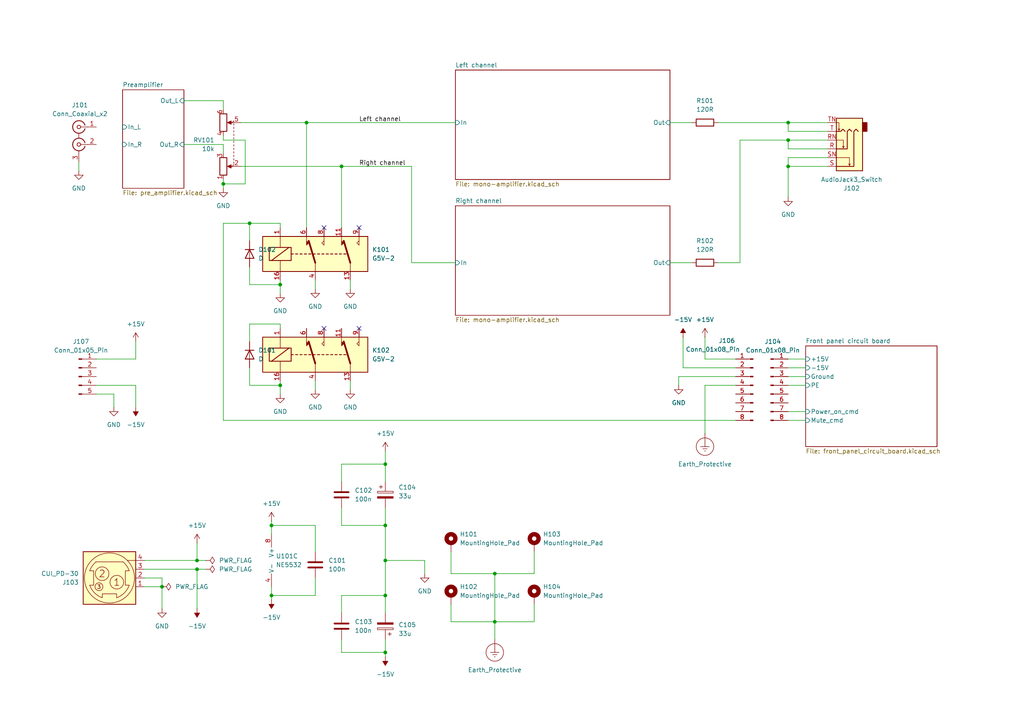
<source format=kicad_sch>
(kicad_sch (version 20231120) (generator "eeschema") (generator_version "8.0")
  (paper "A4")
  (title_block (title "HiFi headphone amplifier") (date "2024-12-22"))
  (lib_symbols
    (symbol "Amplifier_Operational:NE5532" (pin_names (offset 0.127))
      (property "Reference" "U" (at 0 5.08 0))
      (property "Value" "NE5532" (at 0 -5.08 0))
      (symbol "NE5532_1_1"
        (polyline (pts (xy -5.08 5.08) (xy 5.08 0) (xy -5.08 -5.08) (xy -5.08 5.08)) (stroke (width 0.254)) (fill (type background)))
        (pin output line (at 7.62 0 180) (length 2.54) (name "~") (number "1"))
        (pin input line (at -7.62 -2.54 0) (length 2.54) (name "-") (number "2"))
        (pin input line (at -7.62 2.54 0) (length 2.54) (name "+") (number "3"))
      )
      (symbol "NE5532_2_1"
        (polyline (pts (xy -5.08 5.08) (xy 5.08 0) (xy -5.08 -5.08) (xy -5.08 5.08)) (stroke (width 0.254)) (fill (type background)))
        (pin input line (at -7.62 2.54 0) (length 2.54) (name "+") (number "5"))
        (pin input line (at -7.62 -2.54 0) (length 2.54) (name "-") (number "6"))
        (pin output line (at 7.62 0 180) (length 2.54) (name "~") (number "7"))
      )
      (symbol "NE5532_3_1"
        (pin power_in line (at -2.54 -7.62 90) (length 3.81) (name "V-") (number "4"))
        (pin power_in line (at -2.54 7.62 270) (length 3.81) (name "V+") (number "8"))
      )
    )
    (symbol "Connector:CUI_PD-30" (pin_names (offset 1.016) hide)
      (property "Reference" "J" (at 0 -8.89 0))
      (property "Value" "CUI_PD-30" (at 0 -10.795 0))
      (symbol "CUI_PD-30_0_1"
        (rectangle (start -7.62 -7.62) (end 7.62 7.62) (stroke (width 0.254)) (fill (type background)))
        (arc (start -5.7404 -2.0828) (mid -5.0018 -3.5032) (end -3.9116 -4.6736))
        (circle (center -2.1336 1.2192) (radius 1.9812))
        (arc (start -2.0828 5.7404) (mid -4.318 4.318) (end -5.7404 2.0828))
        (polyline (pts (xy -7.62 -5.08) (xy -5.1816 -5.08)))
        (polyline (pts (xy -3.9116 -4.6736) (xy 3.9116 -4.6736)))
        (polyline (pts (xy -5.7404 2.0828) (xy -4.5974 2.0828) (xy -4.5974 -2.0828) (xy -5.7404 -2.0828)))
        (polyline (pts (xy 2.0828 5.7404) (xy 2.0828 4.5974) (xy -2.0828 4.5974) (xy -2.0828 5.7404)))
        (polyline (pts (xy 5.7404 -2.0828) (xy 4.5974 -2.0828) (xy 4.5974 2.0828) (xy 5.7404 2.0828)))
        (circle (center 0 0) (radius 7.2644))
        (circle (center 2.1336 -1.2446) (radius 1.9812))
        (circle (center 3.048 2.54) (radius 1.143))
        (arc (start 3.9116 -4.6736) (mid 4.9919 -3.4963) (end 5.7404 -2.0828))
        (arc (start 5.7404 2.0828) (mid 4.318 4.318) (end 2.0828 5.7404))
        (text "1" (at -2.1336 1.2192 0) (effects (font (size 1.9812 1.9812))))
        (text "2" (at 2.1336 -1.2446 0) (effects (font (size 1.9812 1.9812))))
        (text "3" (at 3.048 2.54 0) (effects (font (size 1.143 1.143))))
      )
      (symbol "CUI_PD-30_1_1"
        (pin passive line (at -10.16 2.54 0) (length 2.54) (name "1") (number "1"))
        (pin passive line (at -10.16 0 0) (length 2.54) (name "2") (number "2"))
        (pin passive line (at -10.16 -2.54 0) (length 2.54) (name "3") (number "3"))
        (pin passive line (at -10.16 -5.08 0) (length 2.54) (name "Shield") (number "4"))
      )
    )
    (symbol "Connector:Conn_01x05_Pin" (pin_names (offset 1.016) hide)
      (property "Reference" "J" (at 0 7.62 0))
      (property "Value" "Conn_01x05_Pin" (at 0 -7.62 0))
      (symbol "Conn_01x05_Pin_1_1"
        (polyline (pts (xy 1.27 -5.08) (xy 0.8636 -5.08)) (stroke (width 0.1524)))
        (polyline (pts (xy 1.27 -2.54) (xy 0.8636 -2.54)) (stroke (width 0.1524)))
        (polyline (pts (xy 1.27 0) (xy 0.8636 0)) (stroke (width 0.1524)))
        (polyline (pts (xy 1.27 2.54) (xy 0.8636 2.54)) (stroke (width 0.1524)))
        (polyline (pts (xy 1.27 5.08) (xy 0.8636 5.08)) (stroke (width 0.1524)))
        (rectangle (start 0.8636 -4.953) (end 0 -5.207) (stroke (width 0.1524)) (fill (type outline)))
        (rectangle (start 0.8636 -2.413) (end 0 -2.667) (stroke (width 0.1524)) (fill (type outline)))
        (rectangle (start 0.8636 0.127) (end 0 -0.127) (stroke (width 0.1524)) (fill (type outline)))
        (rectangle (start 0.8636 2.667) (end 0 2.413) (stroke (width 0.1524)) (fill (type outline)))
        (rectangle (start 0.8636 5.207) (end 0 4.953) (stroke (width 0.1524)) (fill (type outline)))
        (pin passive line (at 5.08 5.08 180) (length 3.81) (name "Pin_1") (number "1"))
        (pin passive line (at 5.08 2.54 180) (length 3.81) (name "Pin_2") (number "2"))
        (pin passive line (at 5.08 0 180) (length 3.81) (name "Pin_3") (number "3"))
        (pin passive line (at 5.08 -2.54 180) (length 3.81) (name "Pin_4") (number "4"))
        (pin passive line (at 5.08 -5.08 180) (length 3.81) (name "Pin_5") (number "5"))
      )
    )
    (symbol "Connector:Conn_01x08_Pin" (pin_names (offset 1.016) hide)
      (property "Reference" "J" (at 0 10.16 0))
      (property "Value" "Conn_01x08_Pin" (at 0 -12.7 0))
      (symbol "Conn_01x08_Pin_1_1"
        (polyline (pts (xy 1.27 -10.16) (xy 0.8636 -10.16)) (stroke (width 0.1524)))
        (polyline (pts (xy 1.27 -7.62) (xy 0.8636 -7.62)) (stroke (width 0.1524)))
        (polyline (pts (xy 1.27 -5.08) (xy 0.8636 -5.08)) (stroke (width 0.1524)))
        (polyline (pts (xy 1.27 -2.54) (xy 0.8636 -2.54)) (stroke (width 0.1524)))
        (polyline (pts (xy 1.27 0) (xy 0.8636 0)) (stroke (width 0.1524)))
        (polyline (pts (xy 1.27 2.54) (xy 0.8636 2.54)) (stroke (width 0.1524)))
        (polyline (pts (xy 1.27 5.08) (xy 0.8636 5.08)) (stroke (width 0.1524)))
        (polyline (pts (xy 1.27 7.62) (xy 0.8636 7.62)) (stroke (width 0.1524)))
        (rectangle (start 0.8636 -10.033) (end 0 -10.287) (stroke (width 0.1524)) (fill (type outline)))
        (rectangle (start 0.8636 -7.493) (end 0 -7.747) (stroke (width 0.1524)) (fill (type outline)))
        (rectangle (start 0.8636 -4.953) (end 0 -5.207) (stroke (width 0.1524)) (fill (type outline)))
        (rectangle (start 0.8636 -2.413) (end 0 -2.667) (stroke (width 0.1524)) (fill (type outline)))
        (rectangle (start 0.8636 0.127) (end 0 -0.127) (stroke (width 0.1524)) (fill (type outline)))
        (rectangle (start 0.8636 2.667) (end 0 2.413) (stroke (width 0.1524)) (fill (type outline)))
        (rectangle (start 0.8636 5.207) (end 0 4.953) (stroke (width 0.1524)) (fill (type outline)))
        (rectangle (start 0.8636 7.747) (end 0 7.493) (stroke (width 0.1524)) (fill (type outline)))
        (pin passive line (at 5.08 7.62 180) (length 3.81) (name "Pin_1") (number "1"))
        (pin passive line (at 5.08 5.08 180) (length 3.81) (name "Pin_2") (number "2"))
        (pin passive line (at 5.08 2.54 180) (length 3.81) (name "Pin_3") (number "3"))
        (pin passive line (at 5.08 0 180) (length 3.81) (name "Pin_4") (number "4"))
        (pin passive line (at 5.08 -2.54 180) (length 3.81) (name "Pin_5") (number "5"))
        (pin passive line (at 5.08 -5.08 180) (length 3.81) (name "Pin_6") (number "6"))
        (pin passive line (at 5.08 -7.62 180) (length 3.81) (name "Pin_7") (number "7"))
        (pin passive line (at 5.08 -10.16 180) (length 3.81) (name "Pin_8") (number "8"))
      )
    )
    (symbol "Connector:Conn_Coaxial_x2" (pin_names (offset 1.016) hide)
      (property "Reference" "J" (at 0 5.715 0))
      (property "Value" "Conn_Coaxial_x2" (at 2.921 0 90))
      (symbol "Conn_Coaxial_x2_0_1"
        (arc (start -1.778 -3.048) (mid 0.2311 -4.3466) (end 1.778 -2.54) (stroke (width 0.254)))
        (arc (start -1.778 2.032) (mid 0.2311 0.7334) (end 1.778 2.54) (stroke (width 0.254)))
        (circle (center 0 -2.54) (radius 0.508) (stroke (width 0.2032)))
        (polyline (pts (xy -2.54 -2.54) (xy -0.508 -2.54)))
        (polyline (pts (xy -2.54 2.54) (xy -0.508 2.54)))
        (polyline (pts (xy 0 -5.08) (xy 0 -4.318)))
        (polyline (pts (xy 0 0.762) (xy 0 -0.635)))
        (circle (center 0 2.54) (radius 0.508) (stroke (width 0.2032)))
        (arc (start 1.778 -2.54) (mid 0.2099 -0.7299) (end -1.778 -2.032) (stroke (width 0.254)))
        (arc (start 1.778 2.54) (mid 0.2099 4.3501) (end -1.778 3.048) (stroke (width 0.254)))
      )
      (symbol "Conn_Coaxial_x2_1_1"
        (pin passive line (at -5.08 2.54 0) (length 2.54) (name "IN1") (number "1"))
        (pin passive line (at -5.08 -2.54 0) (length 2.54) (name "IN2") (number "2"))
        (pin passive line (at 0 -7.62 90) (length 2.54) (name "EXT") (number "3"))
      )
    )
    (symbol "Connector_Audio:AudioJack3_Switch"
      (property "Reference" "J" (at 0 11.43 0))
      (property "Value" "AudioJack3_Switch" (at 0 8.89 0))
      (symbol "AudioJack3_Switch_0_1"
        (rectangle (start -5.08 -5.08) (end -6.35 -7.62) (stroke (width 0.254)) (fill (type outline)))
        (polyline (pts (xy -1.27 4.826) (xy -1.016 4.318)))
        (polyline (pts (xy 0.508 -0.254) (xy 0.762 -0.762)))
        (polyline (pts (xy 1.778 -5.334) (xy 2.032 -5.842)))
        (polyline (pts (xy 0 -5.08) (xy 0.635 -5.715) (xy 1.27 -5.08) (xy 2.54 -5.08)) (stroke (width 0.254)))
        (polyline (pts (xy 2.54 -7.62) (xy 1.778 -7.62) (xy 1.778 -5.334) (xy 1.524 -5.842)))
        (polyline (pts (xy 2.54 -2.54) (xy 0.508 -2.54) (xy 0.508 -0.254) (xy 0.254 -0.762)))
        (polyline (pts (xy 2.54 2.54) (xy -1.27 2.54) (xy -1.27 4.826) (xy -1.524 4.318)))
        (polyline (pts (xy -1.905 -5.08) (xy -1.27 -5.715) (xy -0.635 -5.08) (xy -0.635 0) (xy 2.54 0)) (stroke (width 0.254)))
        (polyline (pts (xy 2.54 5.08) (xy -2.54 5.08) (xy -2.54 -5.08) (xy -3.175 -5.715) (xy -3.81 -5.08)) (stroke (width 0.254)))
        (rectangle (start 2.54 6.35) (end -5.08 -8.89) (stroke (width 0.254)) (fill (type background)))
      )
      (symbol "AudioJack3_Switch_1_1"
        (pin passive line (at 5.08 0 180) (length 2.54) (name "~") (number "R"))
        (pin passive line (at 5.08 -2.54 180) (length 2.54) (name "~") (number "RN"))
        (pin passive line (at 5.08 5.08 180) (length 2.54) (name "~") (number "S"))
        (pin passive line (at 5.08 2.54 180) (length 2.54) (name "~") (number "SN"))
        (pin passive line (at 5.08 -5.08 180) (length 2.54) (name "~") (number "T"))
        (pin passive line (at 5.08 -7.62 180) (length 2.54) (name "~") (number "TN"))
      )
    )
    (symbol "Device:C" (pin_numbers hide) (pin_names (offset 0.254))
      (property "Reference" "C" (at 0.635 2.54 0))
      (property "Value" "C" (at 0.635 -2.54 0))
      (symbol "C_0_1"
        (polyline (pts (xy -2.032 -0.762) (xy 2.032 -0.762)) (stroke (width 0.508)))
        (polyline (pts (xy -2.032 0.762) (xy 2.032 0.762)) (stroke (width 0.508)))
      )
      (symbol "C_1_1"
        (pin passive line (at 0 3.81 270) (length 2.794) (name "~") (number "1"))
        (pin passive line (at 0 -3.81 90) (length 2.794) (name "~") (number "2"))
      )
    )
    (symbol "Device:C_Polarized" (pin_numbers hide) (pin_names (offset 0.254))
      (property "Reference" "C" (at 0.635 2.54 0))
      (property "Value" "C_Polarized" (at 0.635 -2.54 0))
      (symbol "C_Polarized_0_1"
        (rectangle (start -2.286 0.508) (end 2.286 1.016))
        (polyline (pts (xy -1.778 2.286) (xy -0.762 2.286)))
        (polyline (pts (xy -1.27 2.794) (xy -1.27 1.778)))
        (rectangle (start 2.286 -0.508) (end -2.286 -1.016) (fill (type outline)))
      )
      (symbol "C_Polarized_1_1"
        (pin passive line (at 0 3.81 270) (length 2.794) (name "~") (number "1"))
        (pin passive line (at 0 -3.81 90) (length 2.794) (name "~") (number "2"))
      )
    )
    (symbol "Device:D" (pin_numbers hide) (pin_names (offset 1.016) hide)
      (property "Reference" "D" (at 0 2.54 0))
      (property "Value" "D" (at 0 -2.54 0))
      (symbol "D_0_1"
        (polyline (pts (xy -1.27 1.27) (xy -1.27 -1.27)) (stroke (width 0.254)))
        (polyline (pts (xy 1.27 0) (xy -1.27 0)))
        (polyline (pts (xy 1.27 1.27) (xy 1.27 -1.27) (xy -1.27 0) (xy 1.27 1.27)) (stroke (width 0.254)))
      )
      (symbol "D_1_1"
        (pin passive line (at -3.81 0 0) (length 2.54) (name "K") (number "1"))
        (pin passive line (at 3.81 0 180) (length 2.54) (name "A") (number "2"))
      )
    )
    (symbol "Device:R" (pin_numbers hide) (pin_names (offset 0))
      (property "Reference" "R" (at 2.032 0 90))
      (property "Value" "R" (at 0 0 90))
      (symbol "R_0_1"
        (rectangle (start -1.016 -2.54) (end 1.016 2.54) (stroke (width 0.254)))
      )
      (symbol "R_1_1"
        (pin passive line (at 0 3.81 270) (length 1.27) (name "~") (number "1"))
        (pin passive line (at 0 -3.81 90) (length 1.27) (name "~") (number "2"))
      )
    )
    (symbol "Device:R_Potentiometer_Dual" (pin_names (offset 1.016) hide)
      (property "Reference" "RV" (at 0 3.81 0))
      (property "Value" "R_Potentiometer_Dual" (at 0 1.905 0))
      (symbol "R_Potentiometer_Dual_0_1"
        (rectangle (start -8.89 -1.524) (end -3.81 -3.556) (stroke (width 0.254)))
        (polyline (pts (xy -6.35 0) (xy -6.35 -1.016)))
        (polyline (pts (xy -6.35 0) (xy -6.35 -1.016)))
        (polyline (pts (xy -6.35 0) (xy -5.842 0.508)))
        (polyline (pts (xy -5.588 0.508) (xy -5.08 0.508)))
        (polyline (pts (xy -4.572 0.508) (xy -4.064 0.508)))
        (polyline (pts (xy -3.556 0.508) (xy -3.048 0.508)))
        (polyline (pts (xy -2.54 0.508) (xy -2.032 0.508)))
        (polyline (pts (xy -1.524 0.508) (xy -1.016 0.508)))
        (polyline (pts (xy -0.508 0.508) (xy 0 0.508)))
        (polyline (pts (xy 0.508 0.508) (xy 1.016 0.508)))
        (polyline (pts (xy 1.524 0.508) (xy 2.032 0.508)))
        (polyline (pts (xy 2.54 0.508) (xy 3.048 0.508)))
        (polyline (pts (xy 3.556 0.508) (xy 4.064 0.508)))
        (polyline (pts (xy 4.572 0.508) (xy 5.08 0.508)))
        (polyline (pts (xy 5.588 0.508) (xy 6.096 0.508)))
        (polyline (pts (xy 6.35 0) (xy 6.35 -1.016)))
        (polyline (pts (xy 6.35 0) (xy 6.35 -1.016)))
        (polyline (pts (xy 6.604 0.508) (xy 6.858 0.508) (xy 6.35 0)))
        (polyline (pts (xy -6.35 -1.397) (xy -6.858 -0.254) (xy -5.842 -0.254) (xy -6.35 -1.397)) (fill (type outline)))
        (polyline (pts (xy 6.35 -1.397) (xy 5.842 -0.254) (xy 6.858 -0.254) (xy 6.35 -1.397)) (fill (type outline)))
        (rectangle (start 3.81 -1.524) (end 8.89 -3.556) (stroke (width 0.254)))
      )
      (symbol "R_Potentiometer_Dual_1_1"
        (pin passive line (at -10.16 -2.54 0) (length 1.27) (name "1") (number "1"))
        (pin passive line (at -6.35 2.54 270) (length 2.54) (name "2") (number "2"))
        (pin passive line (at -2.54 -2.54 180) (length 1.27) (name "3") (number "3"))
        (pin passive line (at 2.54 -2.54 0) (length 1.27) (name "4") (number "4"))
        (pin passive line (at 6.35 2.54 270) (length 2.54) (name "5") (number "5"))
        (pin passive line (at 10.16 -2.54 180) (length 1.27) (name "6") (number "6"))
      )
    )
    (symbol "Mechanical:MountingHole_Pad" (pin_numbers hide) (pin_names (offset 1.016) hide) (exclude_from_sim yes) (in_bom no)
      (property "Reference" "H" (at 0 6.35 0))
      (property "Value" "MountingHole_Pad" (at 0 4.445 0))
      (symbol "MountingHole_Pad_0_1"
        (circle (center 0 1.27) (radius 1.27) (stroke (width 1.27)))
      )
      (symbol "MountingHole_Pad_1_1"
        (pin input line (at 0 -2.54 90) (length 2.54) (name "1") (number "1"))
      )
    )
    (symbol "Relay:G5V-2"
      (property "Reference" "K" (at 16.51 3.81 0))
      (property "Value" "G5V-2" (at 16.51 1.27 0))
      (symbol "G5V-2_0_1"
        (rectangle (start -15.24 5.08) (end 15.24 -5.08) (stroke (width 0.254)) (fill (type background)))
        (rectangle (start -13.335 1.905) (end -6.985 -1.905) (stroke (width 0.254)))
        (polyline (pts (xy -12.7 -1.905) (xy -7.62 1.905)) (stroke (width 0.254)))
        (polyline (pts (xy -10.16 -5.08) (xy -10.16 -1.905)))
        (polyline (pts (xy -10.16 5.08) (xy -10.16 1.905)))
        (polyline (pts (xy -6.985 0) (xy -6.35 0)) (stroke (width 0.254)))
        (polyline (pts (xy -5.715 0) (xy -5.08 0)) (stroke (width 0.254)))
        (polyline (pts (xy -4.445 0) (xy -3.81 0)) (stroke (width 0.254)))
        (polyline (pts (xy -3.175 0) (xy -2.54 0)) (stroke (width 0.254)))
        (polyline (pts (xy -1.905 0) (xy -1.27 0)) (stroke (width 0.254)))
        (polyline (pts (xy -0.635 0) (xy 0 0)) (stroke (width 0.254)))
        (polyline (pts (xy 0 -2.54) (xy -1.905 3.81)) (stroke (width 0.508)))
        (polyline (pts (xy 0 -2.54) (xy 0 -5.08)))
        (polyline (pts (xy 0.635 0) (xy 1.27 0)) (stroke (width 0.254)))
        (polyline (pts (xy 1.905 0) (xy 2.54 0)) (stroke (width 0.254)))
        (polyline (pts (xy 3.175 0) (xy 3.81 0)) (stroke (width 0.254)))
        (polyline (pts (xy 4.445 0) (xy 5.08 0)) (stroke (width 0.254)))
        (polyline (pts (xy 5.715 0) (xy 6.35 0)) (stroke (width 0.254)))
        (polyline (pts (xy 6.985 0) (xy 7.62 0)) (stroke (width 0.254)))
        (polyline (pts (xy 8.255 0) (xy 8.89 0)) (stroke (width 0.254)))
        (polyline (pts (xy 10.16 -2.54) (xy 8.255 3.81)) (stroke (width 0.508)))
        (polyline (pts (xy 10.16 -2.54) (xy 10.16 -5.08)))
        (polyline (pts (xy -2.54 5.08) (xy -2.54 2.54) (xy -1.905 3.175) (xy -2.54 3.81)) (fill (type outline)))
        (polyline (pts (xy 2.54 5.08) (xy 2.54 2.54) (xy 1.905 3.175) (xy 2.54 3.81)))
        (polyline (pts (xy 7.62 5.08) (xy 7.62 2.54) (xy 8.255 3.175) (xy 7.62 3.81)) (fill (type outline)))
        (polyline (pts (xy 12.7 5.08) (xy 12.7 2.54) (xy 12.065 3.175) (xy 12.7 3.81)))
      )
      (symbol "G5V-2_1_1"
        (pin passive line (at -10.16 7.62 270) (length 2.54) (name "~") (number "1"))
        (pin passive line (at 7.62 7.62 270) (length 2.54) (name "~") (number "11"))
        (pin passive line (at 10.16 -7.62 90) (length 2.54) (name "~") (number "13"))
        (pin passive line (at -10.16 -7.62 90) (length 2.54) (name "~") (number "16"))
        (pin passive line (at 0 -7.62 90) (length 2.54) (name "~") (number "4"))
        (pin passive line (at -2.54 7.62 270) (length 2.54) (name "~") (number "6"))
        (pin passive line (at 2.54 7.62 270) (length 2.54) (name "~") (number "8"))
        (pin passive line (at 12.7 7.62 270) (length 2.54) (name "~") (number "9"))
      )
    )
    (symbol "power:+15V" (power) (pin_numbers hide) (pin_names (offset 0) hide)
      (property "Value" "+15V" (at 0 3.556 0))
      (symbol "+15V_0_1"
        (polyline (pts (xy -0.762 1.27) (xy 0 2.54)))
        (polyline (pts (xy 0 0) (xy 0 2.54)))
        (polyline (pts (xy 0 2.54) (xy 0.762 1.27)))
      )
      (symbol "+15V_1_1"
        (pin power_in line (at 0 0 90) (length 0) (name "~") (number "1"))
      )
    )
    (symbol "power:-15V" (power) (pin_numbers hide) (pin_names (offset 0) hide)
      (property "Value" "-15V" (at 0 3.556 0))
      (symbol "-15V_0_0"
        (pin power_in line (at 0 0 90) (length 0) (name "~") (number "1"))
      )
      (symbol "-15V_0_1"
        (polyline (pts (xy 0 0) (xy 0 1.27) (xy 0.762 1.27) (xy 0 2.54) (xy -0.762 1.27) (xy 0 1.27)) (fill (type outline)))
      )
    )
    (symbol "power:Earth_Protective" (power) (pin_numbers hide) (pin_names (offset 0) hide)
      (property "Value" "Earth_Protective" (at 0 -7.62 0))
      (symbol "Earth_Protective_0_1"
        (circle (center 0 -3.81) (radius 2.54))
        (polyline (pts (xy -0.635 -4.445) (xy 0.635 -4.445)))
        (polyline (pts (xy -0.127 -5.08) (xy 0.127 -5.08)))
        (polyline (pts (xy 0 -3.81) (xy 0 0)))
        (polyline (pts (xy 1.27 -3.81) (xy -1.27 -3.81)))
      )
      (symbol "Earth_Protective_1_1"
        (pin power_in line (at 0 0 270) (length 0) (name "~") (number "1"))
      )
    )
    (symbol "power:GND" (power) (pin_numbers hide) (pin_names (offset 0) hide)
      (property "Value" "GND" (at 0 -3.81 0))
      (symbol "GND_0_1"
        (polyline (pts (xy 0 0) (xy 0 -1.27) (xy 1.27 -1.27) (xy 0 -2.54) (xy -1.27 -1.27) (xy 0 -1.27)))
      )
      (symbol "GND_1_1"
        (pin power_in line (at 0 0 270) (length 0) (name "~") (number "1"))
      )
    )
    (symbol "power:PWR_FLAG" (power) (pin_numbers hide) (pin_names (offset 0) hide)
      (property "Value" "PWR_FLAG" (at 0 3.81 0))
      (symbol "PWR_FLAG_0_0"
        (pin power_out line (at 0 0 90) (length 0) (name "~") (number "1"))
      )
      (symbol "PWR_FLAG_0_1"
        (polyline (pts (xy 0 0) (xy 0 1.27) (xy -1.016 1.905) (xy 0 2.54) (xy 1.016 1.905) (xy 0 1.27)))
      )
    )
  )
  (junction (at 99.06 48.26))
  (junction (at 143.51 180.34))
  (junction (at 57.15 162.56))
  (junction (at 81.28 82.55))
  (junction (at 111.76 189.23))
  (junction (at 57.15 165.1))
  (junction (at 88.9 35.56))
  (junction (at 78.74 172.72))
  (junction (at 81.28 111.76))
  (junction (at 78.74 152.4))
  (junction (at 64.77 53.34))
  (junction (at 228.6 40.64))
  (junction (at 111.76 134.62))
  (junction (at 111.76 152.4))
  (junction (at 228.6 48.26))
  (junction (at 111.76 162.56))
  (junction (at 111.76 172.72))
  (junction (at 143.51 166.37))
  (junction (at 228.6 35.56))
  (junction (at 72.39 64.77))
  (junction (at 46.99 170.18))
  (no_connect (at 93.98 66.04))
  (no_connect (at 93.98 95.25))
  (no_connect (at 104.14 66.04))
  (no_connect (at 104.14 95.25))
  (wire (pts (xy 39.37 104.14) (xy 39.37 99.06)))
  (wire (pts (xy 88.9 35.56) (xy 88.9 66.04)))
  (wire (pts (xy 213.36 121.92) (xy 64.77 121.92)))
  (wire (pts (xy 194.31 35.56) (xy 200.66 35.56)))
  (wire (pts (xy 64.77 29.21) (xy 64.77 31.75)))
  (wire (pts (xy 154.94 160.02) (xy 154.94 166.37)))
  (wire (pts (xy 59.69 165.1) (xy 57.15 165.1)))
  (wire (pts (xy 228.6 43.18) (xy 228.6 40.64)))
  (wire (pts (xy 228.6 109.22) (xy 233.68 109.22)))
  (wire (pts (xy 64.77 64.77) (xy 72.39 64.77)))
  (wire (pts (xy 88.9 35.56) (xy 132.08 35.56)))
  (wire (pts (xy 99.06 177.8) (xy 99.06 172.72)))
  (wire (pts (xy 72.39 82.55) (xy 81.28 82.55)))
  (wire (pts (xy 228.6 121.92) (xy 233.68 121.92)))
  (wire (pts (xy 228.6 45.72) (xy 228.6 48.26)))
  (wire (pts (xy 208.28 35.56) (xy 228.6 35.56)))
  (wire (pts (xy 33.02 114.3) (xy 33.02 118.11)))
  (wire (pts (xy 228.6 119.38) (xy 233.68 119.38)))
  (wire (pts (xy 143.51 180.34) (xy 130.81 180.34)))
  (wire (pts (xy 228.6 104.14) (xy 233.68 104.14)))
  (wire (pts (xy 64.77 41.91) (xy 64.77 44.45)))
  (wire (pts (xy 228.6 38.1) (xy 228.6 35.56)))
  (wire (pts (xy 111.76 152.4) (xy 111.76 162.56)))
  (wire (pts (xy 91.44 81.28) (xy 91.44 83.82)))
  (wire (pts (xy 27.94 104.14) (xy 39.37 104.14)))
  (wire (pts (xy 228.6 40.64) (xy 240.03 40.64)))
  (wire (pts (xy 64.77 53.34) (xy 64.77 54.61)))
  (wire (pts (xy 194.31 76.2) (xy 200.66 76.2)))
  (wire (pts (xy 228.6 35.56) (xy 240.03 35.56)))
  (wire (pts (xy 41.91 167.64) (xy 46.99 167.64)))
  (wire (pts (xy 143.51 180.34) (xy 143.51 185.42)))
  (wire (pts (xy 41.91 162.56) (xy 57.15 162.56)))
  (wire (pts (xy 111.76 147.32) (xy 111.76 152.4)))
  (wire (pts (xy 91.44 160.02) (xy 91.44 152.4)))
  (wire (pts (xy 41.91 165.1) (xy 57.15 165.1)))
  (wire (pts (xy 111.76 130.81) (xy 111.76 134.62)))
  (wire (pts (xy 81.28 111.76) (xy 81.28 114.3)))
  (wire (pts (xy 81.28 82.55) (xy 81.28 85.09)))
  (wire (pts (xy 154.94 180.34) (xy 143.51 180.34)))
  (wire (pts (xy 72.39 93.98) (xy 72.39 99.06)))
  (wire (pts (xy 204.47 104.14) (xy 213.36 104.14)))
  (wire (pts (xy 101.6 110.49) (xy 101.6 113.03)))
  (wire (pts (xy 213.36 109.22) (xy 196.85 109.22)))
  (wire (pts (xy 228.6 38.1) (xy 240.03 38.1)))
  (wire (pts (xy 64.77 121.92) (xy 64.77 64.77)))
  (wire (pts (xy 69.85 35.56) (xy 88.9 35.56)))
  (wire (pts (xy 81.28 95.25) (xy 81.28 93.98)))
  (wire (pts (xy 99.06 152.4) (xy 111.76 152.4)))
  (wire (pts (xy 196.85 109.22) (xy 196.85 111.76)))
  (wire (pts (xy 72.39 111.76) (xy 81.28 111.76)))
  (wire (pts (xy 72.39 77.47) (xy 72.39 82.55)))
  (wire (pts (xy 78.74 151.13) (xy 78.74 152.4)))
  (wire (pts (xy 101.6 81.28) (xy 101.6 83.82)))
  (wire (pts (xy 91.44 172.72) (xy 78.74 172.72)))
  (wire (pts (xy 64.77 52.07) (xy 64.77 53.34)))
  (wire (pts (xy 78.74 170.18) (xy 78.74 172.72)))
  (wire (pts (xy 99.06 134.62) (xy 111.76 134.62)))
  (wire (pts (xy 59.69 162.56) (xy 57.15 162.56)))
  (wire (pts (xy 27.94 114.3) (xy 33.02 114.3)))
  (wire (pts (xy 204.47 97.79) (xy 204.47 104.14)))
  (wire (pts (xy 99.06 185.42) (xy 99.06 189.23)))
  (wire (pts (xy 71.12 40.64) (xy 71.12 53.34)))
  (wire (pts (xy 78.74 172.72) (xy 78.74 173.99)))
  (wire (pts (xy 154.94 166.37) (xy 143.51 166.37)))
  (wire (pts (xy 71.12 53.34) (xy 64.77 53.34)))
  (wire (pts (xy 213.36 106.68) (xy 198.12 106.68)))
  (wire (pts (xy 198.12 106.68) (xy 198.12 97.79)))
  (wire (pts (xy 99.06 48.26) (xy 99.06 66.04)))
  (wire (pts (xy 91.44 152.4) (xy 78.74 152.4)))
  (wire (pts (xy 228.6 106.68) (xy 233.68 106.68)))
  (wire (pts (xy 228.6 48.26) (xy 240.03 48.26)))
  (wire (pts (xy 123.19 162.56) (xy 123.19 166.37)))
  (wire (pts (xy 64.77 39.37) (xy 64.77 40.64)))
  (wire (pts (xy 72.39 106.68) (xy 72.39 111.76)))
  (wire (pts (xy 39.37 111.76) (xy 39.37 118.11)))
  (wire (pts (xy 72.39 64.77) (xy 72.39 69.85)))
  (wire (pts (xy 111.76 172.72) (xy 111.76 177.8)))
  (wire (pts (xy 64.77 40.64) (xy 71.12 40.64)))
  (wire (pts (xy 53.34 29.21) (xy 64.77 29.21)))
  (wire (pts (xy 46.99 167.64) (xy 46.99 170.18)))
  (wire (pts (xy 214.63 76.2) (xy 214.63 40.64)))
  (wire (pts (xy 41.91 170.18) (xy 46.99 170.18)))
  (wire (pts (xy 119.38 76.2) (xy 132.08 76.2)))
  (wire (pts (xy 53.34 41.91) (xy 64.77 41.91)))
  (wire (pts (xy 143.51 166.37) (xy 143.51 180.34)))
  (wire (pts (xy 22.86 46.99) (xy 22.86 49.53)))
  (wire (pts (xy 214.63 40.64) (xy 228.6 40.64)))
  (wire (pts (xy 91.44 110.49) (xy 91.44 113.03)))
  (wire (pts (xy 228.6 43.18) (xy 240.03 43.18)))
  (wire (pts (xy 99.06 189.23) (xy 111.76 189.23)))
  (wire (pts (xy 143.51 166.37) (xy 130.81 166.37)))
  (wire (pts (xy 57.15 162.56) (xy 57.15 157.48)))
  (wire (pts (xy 91.44 167.64) (xy 91.44 172.72)))
  (wire (pts (xy 81.28 64.77) (xy 72.39 64.77)))
  (wire (pts (xy 228.6 48.26) (xy 228.6 57.15)))
  (wire (pts (xy 130.81 175.26) (xy 130.81 180.34)))
  (wire (pts (xy 154.94 175.26) (xy 154.94 180.34)))
  (wire (pts (xy 204.47 111.76) (xy 213.36 111.76)))
  (wire (pts (xy 130.81 166.37) (xy 130.81 160.02)))
  (wire (pts (xy 111.76 162.56) (xy 111.76 172.72)))
  (wire (pts (xy 81.28 82.55) (xy 81.28 81.28)))
  (wire (pts (xy 208.28 76.2) (xy 214.63 76.2)))
  (wire (pts (xy 81.28 111.76) (xy 81.28 110.49)))
  (wire (pts (xy 228.6 45.72) (xy 240.03 45.72)))
  (wire (pts (xy 99.06 139.7) (xy 99.06 134.62)))
  (wire (pts (xy 69.85 48.26) (xy 99.06 48.26)))
  (wire (pts (xy 119.38 48.26) (xy 119.38 76.2)))
  (wire (pts (xy 27.94 111.76) (xy 39.37 111.76)))
  (wire (pts (xy 78.74 152.4) (xy 78.74 154.94)))
  (wire (pts (xy 111.76 189.23) (xy 111.76 190.5)))
  (wire (pts (xy 111.76 134.62) (xy 111.76 139.7)))
  (wire (pts (xy 228.6 111.76) (xy 233.68 111.76)))
  (wire (pts (xy 81.28 93.98) (xy 72.39 93.98)))
  (wire (pts (xy 204.47 125.73) (xy 204.47 111.76)))
  (wire (pts (xy 123.19 162.56) (xy 111.76 162.56)))
  (wire (pts (xy 81.28 66.04) (xy 81.28 64.77)))
  (wire (pts (xy 99.06 147.32) (xy 99.06 152.4)))
  (wire (pts (xy 99.06 172.72) (xy 111.76 172.72)))
  (wire (pts (xy 99.06 48.26) (xy 119.38 48.26)))
  (wire (pts (xy 46.99 170.18) (xy 46.99 176.53)))
  (wire (pts (xy 57.15 165.1) (xy 57.15 176.53)))
  (wire (pts (xy 111.76 185.42) (xy 111.76 189.23)))
  (label "Left channel" (at 104.14 35.56 0))
  (label "Right channel" (at 104.14 48.26 0))
  (symbol (lib_id "power:PWR_FLAG") (at 59.69 162.56 270) (unit 1)
    (property "Reference" "#FLG0101" (effects (hide yes)))
    (property "Value" "PWR_FLAG" (at 63.5 162.5599 90) (effects (justify left)))
    (property "Description" "Special symbol for telling ERC where power comes from" (effects (hide yes)))
  )
  (symbol (lib_id "Mechanical:MountingHole_Pad") (at 154.94 157.48 0) (unit 1) (exclude_from_sim yes) (in_bom no)
    (property "Reference" "H103" (at 157.48 154.9399 0) (effects (justify left)))
    (property "Value" "MountingHole_Pad" (at 157.48 157.4799 0) (effects (justify left)))
    (property "Footprint" "MountingHole:MountingHole_4.3mm_M4_DIN965_Pad_TopBottom" (effects (hide yes)))
    (property "Description" "Mounting Hole with connection" (effects (hide yes)))
  )
  (symbol (lib_id "Relay:G5V-2") (at 91.44 73.66 0) (unit 1)
    (property "Reference" "K101" (at 107.95 72.3899 0) (effects (justify left)))
    (property "Value" "G5V-2" (at 107.95 74.9299 0) (effects (justify left)))
    (property "Footprint" "Relay_THT:Relay_DPDT_Omron_G5V-2" (effects (hide yes)))
    (property "Datasheet" "http://omronfs.omron.com/en_US/ecb/products/pdf/en-g5v_2.pdf" (effects (hide yes)))
    (property "Description" "Relay Miniature Omron DPDT" (effects (hide yes)))
  )
  (symbol (lib_id "Relay:G5V-2") (at 91.44 102.87 0) (unit 1)
    (property "Reference" "K102" (at 107.95 101.5999 0) (effects (justify left)))
    (property "Value" "G5V-2" (at 107.95 104.1399 0) (effects (justify left)))
    (property "Footprint" "Relay_THT:Relay_DPDT_Omron_G5V-2" (effects (hide yes)))
    (property "Datasheet" "http://omronfs.omron.com/en_US/ecb/products/pdf/en-g5v_2.pdf" (effects (hide yes)))
    (property "Description" "Relay Miniature Omron DPDT" (effects (hide yes)))
  )
  (symbol (lib_id "Device:C") (at 99.06 181.61 180) (unit 1)
    (property "Reference" "C103" (at 102.87 180.3399 0) (effects (justify right)))
    (property "Value" "100n" (at 102.87 182.8799 0) (effects (justify right)))
    (property "Footprint" "Capacitor_THT:C_Disc_D6.0mm_W2.5mm_P5.00mm" (effects (hide yes)))
    (property "Description" "Unpolarized capacitor" (effects (hide yes)))
  )
  (symbol (lib_id "power:+15V") (at 57.15 157.48 0) (unit 1)
    (property "Reference" "#PWR0112" (effects (hide yes)))
    (property "Value" "+15V" (at 57.15 152.4 0))
    (property "Description" "Power symbol creates a global label with name \"+15V\"" (effects (hide yes)))
  )
  (symbol (lib_id "Device:R") (at 204.47 76.2 90) (unit 1)
    (property "Reference" "R102" (at 204.47 69.85 90))
    (property "Value" "120R" (at 204.47 72.39 90))
    (property "Footprint" "Resistor_THT:R_Axial_DIN0207_L6.3mm_D2.5mm_P10.16mm_Horizontal" (effects (hide yes)))
    (property "Description" "Resistor" (effects (hide yes)))
  )
  (symbol (lib_id "power:Earth_Protective") (at 204.47 125.73 0) (unit 1)
    (property "Reference" "#PWR0121" (effects (hide yes)))
    (property "Value" "Earth_Protective" (at 204.47 134.62 0))
    (property "Description" "Power symbol creates a global label with name \"Earth_Protective\"" (effects (hide yes)))
  )
  (symbol (lib_id "power:GND") (at 81.28 85.09 0) (unit 1)
    (property "Reference" "#PWR0103" (effects (hide yes)))
    (property "Value" "GND" (at 81.28 90.17 0))
    (property "Description" "Power symbol creates a global label with name \"GND\" , ground" (effects (hide yes)))
  )
  (symbol (lib_id "Device:D") (at 72.39 73.66 270) (unit 1)
    (property "Reference" "D102" (at 74.93 72.3899 90) (effects (justify left)))
    (property "Value" "D" (at 74.93 74.9299 90) (effects (justify left)))
    (property "Footprint" "Diode_THT:D_DO-35_SOD27_P7.62mm_Horizontal" (effects (hide yes)))
    (property "Description" "Diode" (effects (hide yes)))
    (property "Sim.Device" "D" (effects (hide yes)))
    (property "Sim.Pins" "1=K 2=A" (effects (hide yes)))
  )
  (symbol (lib_id "Device:C_Polarized") (at 111.76 181.61 180) (unit 1)
    (property "Reference" "C105" (at 115.57 181.2289 0) (effects (justify right)))
    (property "Value" "33u" (at 115.57 183.7689 0) (effects (justify right)))
    (property "Footprint" "Capacitor_THT:CP_Radial_D6.3mm_P2.50mm" (effects (hide yes)))
    (property "Description" "Polarized capacitor" (effects (hide yes)))
  )
  (symbol (lib_id "power:GND") (at 64.77 54.61 0) (unit 1)
    (property "Reference" "#PWR0102" (effects (hide yes)))
    (property "Value" "GND" (at 64.77 59.69 0))
    (property "Description" "Power symbol creates a global label with name \"GND\" , ground" (effects (hide yes)))
  )
  (symbol (lib_id "Connector:CUI_PD-30") (at 31.75 167.64 180) (unit 1)
    (property "Reference" "J103" (at 22.86 168.9101 0) (effects (justify left)))
    (property "Value" "CUI_PD-30" (at 22.86 166.3701 0) (effects (justify left)))
    (property "Footprint" "Connector:CUI_PD-30" (effects (hide yes)))
    (property "Datasheet" "http://www.cui.com/product/resource/pd-30.pdf" (effects (hide yes)))
    (property "Description" "3 pin connector, PD-30" (effects (hide yes)))
  )
  (symbol (lib_id "power:-15V") (at 111.76 190.5 180) (unit 1)
    (property "Reference" "#PWR0108" (effects (hide yes)))
    (property "Value" "-15V" (at 111.76 195.58 0))
    (property "Description" "Power symbol creates a global label with name \"-15V\"" (effects (hide yes)))
  )
  (symbol (lib_id "Connector:Conn_01x08_Pin") (at 223.52 111.76 0) (unit 1)
    (property "Reference" "J104" (at 224.155 99.06 0))
    (property "Value" "Conn_01x08_Pin" (at 224.155 101.6 0))
    (property "Footprint" "Connector_PinHeader_2.54mm:PinHeader_1x08_P2.54mm_Vertical" (effects (hide yes)))
    (property "Description" "Generic connector, single row, 01x08, script generated" (effects (hide yes)))
  )
  (symbol (lib_id "power:PWR_FLAG") (at 59.69 165.1 270) (unit 1)
    (property "Reference" "#FLG0102" (effects (hide yes)))
    (property "Value" "PWR_FLAG" (at 63.5 165.0999 90) (effects (justify left)))
    (property "Description" "Special symbol for telling ERC where power comes from" (effects (hide yes)))
  )
  (symbol (lib_id "power:GND") (at 101.6 113.03 0) (unit 1)
    (property "Reference" "#PWR0124" (effects (hide yes)))
    (property "Value" "GND" (at 101.6 118.11 0))
    (property "Description" "Power symbol creates a global label with name \"GND\" , ground" (effects (hide yes)))
  )
  (symbol (lib_id "power:-15V") (at 57.15 176.53 180) (unit 1)
    (property "Reference" "#PWR0113" (effects (hide yes)))
    (property "Value" "-15V" (at 57.15 181.61 0))
    (property "Description" "Power symbol creates a global label with name \"-15V\"" (effects (hide yes)))
  )
  (symbol (lib_id "Device:C") (at 91.44 163.83 0) (unit 1)
    (property "Reference" "C101" (at 95.25 162.5599 0) (effects (justify left)))
    (property "Value" "100n" (at 95.25 165.0999 0) (effects (justify left)))
    (property "Footprint" "Capacitor_THT:C_Disc_D6.0mm_W2.5mm_P5.00mm" (effects (hide yes)))
    (property "Description" "Unpolarized capacitor" (effects (hide yes)))
  )
  (symbol (lib_id "power:+15V") (at 78.74 151.13 0) (unit 1)
    (property "Reference" "#PWR0105" (effects (hide yes)))
    (property "Value" "+15V" (at 78.74 146.05 0))
    (property "Description" "Power symbol creates a global label with name \"+15V\"" (effects (hide yes)))
  )
  (symbol (lib_id "power:GND") (at 33.02 118.11 0) (unit 1)
    (property "Reference" "#PWR0117" (effects (hide yes)))
    (property "Value" "GND" (at 33.02 123.19 0))
    (property "Description" "Power symbol creates a global label with name \"GND\" , ground" (effects (hide yes)))
  )
  (symbol (lib_id "power:-15V") (at 78.74 173.99 180) (unit 1)
    (property "Reference" "#PWR0106" (effects (hide yes)))
    (property "Value" "-15V" (at 78.74 179.07 0))
    (property "Description" "Power symbol creates a global label with name \"-15V\"" (effects (hide yes)))
  )
  (symbol (lib_id "power:GND") (at 101.6 83.82 0) (unit 1)
    (property "Reference" "#PWR0115" (effects (hide yes)))
    (property "Value" "GND" (at 101.6 88.9 0))
    (property "Description" "Power symbol creates a global label with name \"GND\" , ground" (effects (hide yes)))
  )
  (symbol (lib_id "power:+15V") (at 39.37 99.06 0) (unit 1)
    (property "Reference" "#PWR0110" (effects (hide yes)))
    (property "Value" "+15V" (at 39.37 93.98 0))
    (property "Description" "Power symbol creates a global label with name \"+15V\"" (effects (hide yes)))
  )
  (symbol (lib_id "power:GND") (at 196.85 111.76 0) (unit 1)
    (property "Reference" "#PWR0120" (effects (hide yes)))
    (property "Value" "GND" (at 196.85 116.84 0))
    (property "Description" "Power symbol creates a global label with name \"GND\" , ground" (effects (hide yes)))
  )
  (symbol (lib_id "Device:R") (at 204.47 35.56 90) (unit 1)
    (property "Reference" "R101" (at 204.47 29.21 90))
    (property "Value" "120R" (at 204.47 31.75 90))
    (property "Footprint" "Resistor_THT:R_Axial_DIN0207_L6.3mm_D2.5mm_P10.16mm_Horizontal" (effects (hide yes)))
    (property "Description" "Resistor" (effects (hide yes)))
  )
  (symbol (lib_id "Connector:Conn_01x05_Pin") (at 22.86 109.22 0) (unit 1)
    (property "Reference" "J107" (at 23.495 99.06 0))
    (property "Value" "Conn_01x05_Pin" (at 23.495 101.6 0))
    (property "Description" "Generic connector, single row, 01x05, script generated" (effects (hide yes)))
  )
  (symbol (lib_id "power:Earth_Protective") (at 143.51 185.42 0) (unit 1)
    (property "Reference" "#PWR0125" (effects (hide yes)))
    (property "Value" "Earth_Protective" (at 143.51 194.31 0))
    (property "Description" "Power symbol creates a global label with name \"Earth_Protective\"" (effects (hide yes)))
  )
  (symbol (lib_id "Device:C") (at 99.06 143.51 0) (unit 1)
    (property "Reference" "C102" (at 102.87 142.2399 0) (effects (justify left)))
    (property "Value" "100n" (at 102.87 144.7799 0) (effects (justify left)))
    (property "Footprint" "Capacitor_THT:C_Disc_D6.0mm_W2.5mm_P5.00mm" (effects (hide yes)))
    (property "Description" "Unpolarized capacitor" (effects (hide yes)))
  )
  (symbol (lib_id "power:-15V") (at 39.37 118.11 180) (unit 1)
    (property "Reference" "#PWR0116" (effects (hide yes)))
    (property "Value" "-15V" (at 39.37 123.19 0))
    (property "Description" "Power symbol creates a global label with name \"-15V\"" (effects (hide yes)))
  )
  (symbol (lib_id "Mechanical:MountingHole_Pad") (at 130.81 157.48 0) (unit 1) (exclude_from_sim yes) (in_bom no)
    (property "Reference" "H101" (at 133.35 154.9399 0) (effects (justify left)))
    (property "Value" "MountingHole_Pad" (at 133.35 157.4799 0) (effects (justify left)))
    (property "Footprint" "MountingHole:MountingHole_4.3mm_M4_DIN965_Pad_TopBottom" (effects (hide yes)))
    (property "Description" "Mounting Hole with connection" (effects (hide yes)))
  )
  (symbol (lib_id "power:GND") (at 91.44 83.82 0) (unit 1)
    (property "Reference" "#PWR0114" (effects (hide yes)))
    (property "Value" "GND" (at 91.44 88.9 0))
    (property "Description" "Power symbol creates a global label with name \"GND\" , ground" (effects (hide yes)))
  )
  (symbol (lib_id "Device:C_Polarized") (at 111.76 143.51 0) (unit 1)
    (property "Reference" "C104" (at 115.57 141.3509 0) (effects (justify left)))
    (property "Value" "33u" (at 115.57 143.8909 0) (effects (justify left)))
    (property "Footprint" "Capacitor_THT:CP_Radial_D6.3mm_P2.50mm" (effects (hide yes)))
    (property "Description" "Polarized capacitor" (effects (hide yes)))
  )
  (symbol (lib_id "Mechanical:MountingHole_Pad") (at 130.81 172.72 0) (unit 1) (exclude_from_sim yes) (in_bom no)
    (property "Reference" "H102" (at 133.35 170.1799 0) (effects (justify left)))
    (property "Value" "MountingHole_Pad" (at 133.35 172.7199 0) (effects (justify left)))
    (property "Footprint" "MountingHole:MountingHole_4.3mm_M4_DIN965_Pad_TopBottom" (effects (hide yes)))
    (property "Description" "Mounting Hole with connection" (effects (hide yes)))
  )
  (symbol (lib_id "Amplifier_Operational:NE5532") (at 81.28 162.56 0) (unit 3)
    (property "Reference" "U101" (at 80.01 161.2899 0) (effects (justify left)))
    (property "Value" "NE5532" (at 80.01 163.8299 0) (effects (justify left)))
    (property "Footprint" "Package_DIP:DIP-8_W7.62mm_LongPads" (effects (hide yes)))
    (property "Datasheet" "http://www.ti.com/lit/ds/symlink/ne5532.pdf" (effects (hide yes)))
    (property "Description" "Dual Low-Noise Operational Amplifiers, DIP-8/SOIC-8" (effects (hide yes)))
  )
  (symbol (lib_id "Connector:Conn_Coaxial_x2") (at 22.86 39.37 0) (mirror y) (unit 1)
    (property "Reference" "J101" (at 23.1774 30.48 0))
    (property "Value" "Conn_Coaxial_x2" (at 23.1774 33.02 0))
    (property "Footprint" "RCA:rcj-22 vertical RCA" (effects (hide yes)))
    (property "Description" "double coaxial connector (BNC, SMA, SMB, SMC, Cinch/RCA, LEMO, ...)" (effects (hide yes)))
  )
  (symbol (lib_id "power:GND") (at 228.6 57.15 0) (unit 1)
    (property "Reference" "#PWR0104" (effects (hide yes)))
    (property "Value" "GND" (at 228.6 62.23 0))
    (property "Description" "Power symbol creates a global label with name \"GND\" , ground" (effects (hide yes)))
  )
  (symbol (lib_id "power:+15V") (at 111.76 130.81 0) (unit 1)
    (property "Reference" "#PWR0107" (effects (hide yes)))
    (property "Value" "+15V" (at 111.76 125.73 0))
    (property "Description" "Power symbol creates a global label with name \"+15V\"" (effects (hide yes)))
  )
  (symbol (lib_id "Connector_Audio:AudioJack3_Switch") (at 245.11 43.18 180) (unit 1)
    (property "Reference" "J102" (at 247.015 54.61 0))
    (property "Value" "AudioJack3_Switch" (at 247.015 52.07 0))
    (property "Footprint" "JackConnectors:CUI_SJ-63073E" (effects (hide yes)))
    (property "Description" "Audio Jack, 3 Poles (Stereo / TRS), Switched Poles (Normalling)" (effects (hide yes)))
  )
  (symbol (lib_id "power:PWR_FLAG") (at 46.99 170.18 270) (unit 1)
    (property "Reference" "#FLG0103" (effects (hide yes)))
    (property "Value" "PWR_FLAG" (at 50.8 170.1799 90) (effects (justify left)))
    (property "Description" "Special symbol for telling ERC where power comes from" (effects (hide yes)))
  )
  (symbol (lib_id "Connector:Conn_01x08_Pin") (at 218.44 111.76 0) (mirror y) (unit 1)
    (property "Reference" "J106" (at 210.82 98.806 0))
    (property "Value" "Conn_01x08_Pin" (at 206.756 101.346 0))
    (property "Footprint" "Connector_PinHeader_2.54mm:PinHeader_1x08_P2.54mm_Vertical" (effects (hide yes)))
    (property "Description" "Generic connector, single row, 01x08, script generated" (effects (hide yes)))
  )
  (symbol (lib_id "power:GND") (at 81.28 114.3 0) (unit 1)
    (property "Reference" "#PWR0122" (effects (hide yes)))
    (property "Value" "GND" (at 81.28 119.38 0))
    (property "Description" "Power symbol creates a global label with name \"GND\" , ground" (effects (hide yes)))
  )
  (symbol (lib_id "power:GND") (at 123.19 166.37 0) (unit 1)
    (property "Reference" "#PWR0109" (effects (hide yes)))
    (property "Value" "GND" (at 123.19 171.45 0))
    (property "Description" "Power symbol creates a global label with name \"GND\" , ground" (effects (hide yes)))
  )
  (symbol (lib_id "power:GND") (at 91.44 113.03 0) (unit 1)
    (property "Reference" "#PWR0123" (effects (hide yes)))
    (property "Value" "GND" (at 91.44 118.11 0))
    (property "Description" "Power symbol creates a global label with name \"GND\" , ground" (effects (hide yes)))
  )
  (symbol (lib_id "power:-15V") (at 198.12 97.79 0) (unit 1)
    (property "Reference" "#PWR0119" (effects (hide yes)))
    (property "Value" "-15V" (at 198.12 92.71 0))
    (property "Description" "Power symbol creates a global label with name \"-15V\"" (effects (hide yes)))
  )
  (symbol (lib_id "Device:R_Potentiometer_Dual") (at 67.31 41.91 270) (mirror x) (unit 1)
    (property "Reference" "RV101" (at 62.23 40.6399 90) (effects (justify right)))
    (property "Value" "10k" (at 62.23 43.1799 90) (effects (justify right)))
    (property "Footprint" "Potentiometer_THT:Potentiometer_Alps_RK163_Dual_Horizontal" (effects (hide yes)))
    (property "Description" "Dual potentiometer" (effects (hide yes)))
  )
  (symbol (lib_id "Mechanical:MountingHole_Pad") (at 154.94 172.72 0) (unit 1) (exclude_from_sim yes) (in_bom no)
    (property "Reference" "H104" (at 157.48 170.1799 0) (effects (justify left)))
    (property "Value" "MountingHole_Pad" (at 157.48 172.7199 0) (effects (justify left)))
    (property "Footprint" "MountingHole:MountingHole_4.3mm_M4_DIN965_Pad_TopBottom" (effects (hide yes)))
    (property "Description" "Mounting Hole with connection" (effects (hide yes)))
  )
  (symbol (lib_id "power:GND") (at 46.99 176.53 0) (unit 1)
    (property "Reference" "#PWR0111" (effects (hide yes)))
    (property "Value" "GND" (at 46.99 181.61 0))
    (property "Description" "Power symbol creates a global label with name \"GND\" , ground" (effects (hide yes)))
  )
  (symbol (lib_id "Device:D") (at 72.39 102.87 270) (unit 1)
    (property "Reference" "D101" (at 74.93 101.5999 90) (effects (justify left)))
    (property "Value" "D" (at 74.93 104.1399 90) (effects (justify left)))
    (property "Footprint" "Diode_THT:D_DO-35_SOD27_P7.62mm_Horizontal" (effects (hide yes)))
    (property "Description" "Diode" (effects (hide yes)))
    (property "Sim.Device" "D" (effects (hide yes)))
    (property "Sim.Pins" "1=K 2=A" (effects (hide yes)))
  )
  (symbol (lib_id "power:GND") (at 22.86 49.53 0) (unit 1)
    (property "Reference" "#PWR0101" (effects (hide yes)))
    (property "Value" "GND" (at 22.86 54.61 0))
    (property "Description" "Power symbol creates a global label with name \"GND\" , ground" (effects (hide yes)))
  )
  (symbol (lib_id "power:+15V") (at 204.47 97.79 0) (unit 1)
    (property "Reference" "#PWR0118" (effects (hide yes)))
    (property "Value" "+15V" (at 204.47 92.71 0))
    (property "Description" "Power symbol creates a global label with name \"+15V\"" (effects (hide yes)))
  )
  (sheet (at 132.08 59.69) (size 62.23 31.75) (stroke (width 0.1524))
    (property "Sheetname" "Right channel" (at 132.08 58.9784 0) (effects (justify left bottom)))
    (property "Sheetfile" "mono-amplifier.kicad_sch" (at 132.08 92.0246 0) (effects (justify left top)))
    (pin "In" input (at 132.08 76.2 180))
    (pin "Out" input (at 194.31 76.2 0))
  )
  (sheet (at 35.56 26.035) (size 17.78 28.575) (stroke (width 0.1524))
    (property "Sheetname" "Preamplifier" (at 35.56 25.3234 0) (effects (justify left bottom)))
    (property "Sheetfile" "pre_amplifier.kicad_sch" (at 35.56 55.1946 0) (effects (justify left top)))
    (pin "In_L" input (at 35.56 36.83 180))
    (pin "In_R" input (at 35.56 41.91 180))
    (pin "Out_L" input (at 53.34 29.21 0))
    (pin "Out_R" input (at 53.34 41.91 0))
  )
  (sheet (at 233.68 100.33) (size 38.1 29.21) (stroke (width 0.1524))
    (property "Sheetname" "Front panel circuit board" (at 233.68 99.6184 0) (effects (justify left bottom)))
    (property "Sheetfile" "front_panel_circuit_board.kicad_sch" (at 233.68 130.1246 0) (effects (justify left top)))
    (pin "-15V" input (at 233.68 106.68 180))
    (pin "+15V" input (at 233.68 104.14 180))
    (pin "Ground" input (at 233.68 109.22 180))
    (pin "Power_on_cmd" input (at 233.68 119.38 180))
    (pin "Mute_cmd" input (at 233.68 121.92 180))
    (pin "PE" input (at 233.68 111.76 180))
  )
  (sheet (at 132.08 20.32) (size 62.23 31.75) (stroke (width 0.1524))
    (property "Sheetname" "Left channel" (at 132.08 19.6084 0) (effects (justify left bottom)))
    (property "Sheetfile" "mono-amplifier.kicad_sch" (at 132.08 52.6546 0) (effects (justify left top)))
    (pin "In" input (at 132.08 35.56 180))
    (pin "Out" input (at 194.31 35.56 0))
  )
)
</source>
